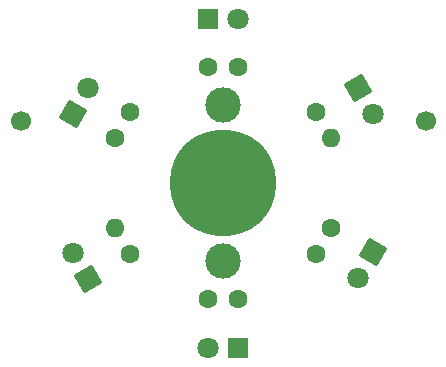
<source format=gbs>
%TF.GenerationSoftware,KiCad,Pcbnew,(6.0.2)*%
%TF.CreationDate,2022-03-14T21:43:42+00:00*%
%TF.ProjectId,snowflake-brooch,736e6f77-666c-4616-9b65-2d62726f6f63,rev?*%
%TF.SameCoordinates,Original*%
%TF.FileFunction,Soldermask,Bot*%
%TF.FilePolarity,Negative*%
%FSLAX46Y46*%
G04 Gerber Fmt 4.6, Leading zero omitted, Abs format (unit mm)*
G04 Created by KiCad (PCBNEW (6.0.2)) date 2022-03-14 21:43:42*
%MOMM*%
%LPD*%
G01*
G04 APERTURE LIST*
G04 Aperture macros list*
%AMHorizOval*
0 Thick line with rounded ends*
0 $1 width*
0 $2 $3 position (X,Y) of the first rounded end (center of the circle)*
0 $4 $5 position (X,Y) of the second rounded end (center of the circle)*
0 Add line between two ends*
20,1,$1,$2,$3,$4,$5,0*
0 Add two circle primitives to create the rounded ends*
1,1,$1,$2,$3*
1,1,$1,$4,$5*%
%AMRotRect*
0 Rectangle, with rotation*
0 The origin of the aperture is its center*
0 $1 length*
0 $2 width*
0 $3 Rotation angle, in degrees counterclockwise*
0 Add horizontal line*
21,1,$1,$2,0,0,$3*%
G04 Aperture macros list end*
%ADD10RotRect,1.800000X1.800000X300.000000*%
%ADD11C,1.800000*%
%ADD12C,1.700000*%
%ADD13C,3.000000*%
%ADD14C,9.000000*%
%ADD15HorizOval,1.600000X0.000000X0.000000X0.000000X0.000000X0*%
%ADD16C,1.600000*%
%ADD17O,1.600000X1.600000*%
%ADD18HorizOval,1.600000X0.000000X0.000000X0.000000X0.000000X0*%
%ADD19HorizOval,1.600000X0.000000X0.000000X0.000000X0.000000X0*%
%ADD20HorizOval,1.600000X0.000000X0.000000X0.000000X0.000000X0*%
%ADD21RotRect,1.800000X1.800000X60.000000*%
%ADD22RotRect,1.800000X1.800000X120.000000*%
%ADD23R,1.800000X1.800000*%
%ADD24RotRect,1.800000X1.800000X240.000000*%
G04 APERTURE END LIST*
D10*
%TO.C,D2*%
X156207500Y-68110818D03*
D11*
X157477500Y-70310523D03*
%TD*%
D12*
%TO.C,J2*%
X127635000Y-70942200D03*
%TD*%
%TO.C,J1*%
X161925000Y-70942200D03*
%TD*%
D13*
%TO.C,BT1*%
X144780000Y-69600000D03*
X144780000Y-82800000D03*
D14*
X144780000Y-76200000D03*
%TD*%
D15*
%TO.C,R1*%
X146052443Y-66370200D03*
D16*
X152651557Y-70180200D03*
%TD*%
D17*
%TO.C,R2*%
X153924000Y-72390000D03*
D16*
X153924000Y-80010000D03*
%TD*%
%TO.C,R3*%
X146052444Y-86029800D03*
D18*
X152651558Y-82219800D03*
%TD*%
D16*
%TO.C,R4*%
X136908444Y-82219800D03*
D19*
X143507558Y-86029800D03*
%TD*%
D16*
%TO.C,R5*%
X135636000Y-72390000D03*
D17*
X135636000Y-80010000D03*
%TD*%
D16*
%TO.C,R6*%
X143507557Y-66370200D03*
D20*
X136908443Y-70180200D03*
%TD*%
D21*
%TO.C,D6*%
X132077500Y-70319183D03*
D11*
X133347500Y-68119478D03*
%TD*%
D22*
%TO.C,D5*%
X133352500Y-84289183D03*
D11*
X132082500Y-82089478D03*
%TD*%
D23*
%TO.C,D4*%
X146050000Y-90119200D03*
D11*
X143510000Y-90119200D03*
%TD*%
D24*
%TO.C,D3*%
X157480000Y-82042000D03*
D11*
X156210000Y-84241705D03*
%TD*%
D23*
%TO.C,D1*%
X143510000Y-62280800D03*
D11*
X146050000Y-62280800D03*
%TD*%
M02*

</source>
